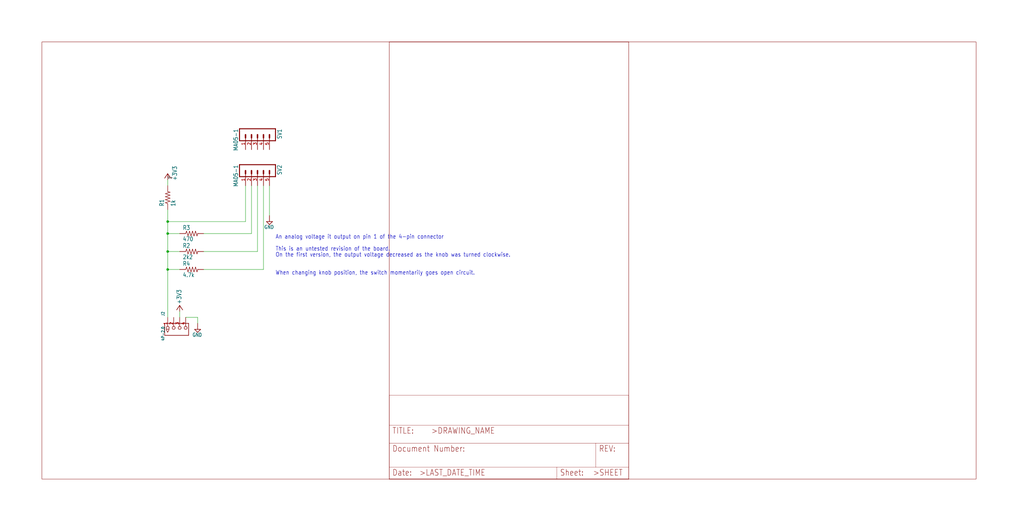
<source format=kicad_sch>
(kicad_sch (version 20211123) (generator eeschema)
  (paper "User" 434.34 223.571)
  (lib_symbols
    (symbol "weaver_multisw-eagle-import:+3V3" (power)
      (property "Value" "+3V3" (at -2.54 -5.08 90))
      (symbol "+3V3_1_0"
        (polyline (pts (xy 0 0) (xy -1.27 -1.905)) (stroke (width 0.254)))
        (polyline (pts (xy 1.27 -1.905) (xy 0 0)) (stroke (width 0.254)))
        (pin power_in line (at 0 -2.54 90) (length 2.54) (name "+3V3") (number "1"))
      )
    )
    (symbol "weaver_multisw-eagle-import:GND" (power)
      (property "Value" "GND" (at -1.905 -3.429 0))
      (symbol "GND_1_0"
        (polyline (pts (xy -1.27 0) (xy 1.27 0)) (stroke (width 0.254)))
        (polyline (pts (xy 0 -1.27) (xy -1.27 0)) (stroke (width 0.254)))
        (polyline (pts (xy 1.27 0) (xy 0 -1.27)) (stroke (width 0.254)))
        (pin power_in line (at 0 2.54 270) (length 2.54) (name "GND") (number "1"))
      )
    )
    (symbol "weaver_multisw-eagle-import:GROVE-CONNECTOR-DIP(4P-2.0)"
      (property "Reference" "J" (at -6.35 6.35 0))
      (property "Value" "GROVE-CONNECTOR-DIP(4P-2.0)" (at 0 6.35 0))
      (symbol "GROVE-CONNECTOR-DIP(4P-2.0)_1_0"
        (polyline (pts (xy -1.27 -3.81) (xy -1.27 6.35)) (stroke (width 0.254)))
        (polyline (pts (xy -1.27 6.35) (xy 3.81 6.35)) (stroke (width 0.254)))
        (polyline (pts (xy 3.81 -3.81) (xy -1.27 -3.81)) (stroke (width 0.254)))
        (polyline (pts (xy 3.81 6.35) (xy 3.81 -3.81)) (stroke (width 0.254)))
        (pin bidirectional inverted_clock (at -3.81 5.08 0) (length 5.08) (name "1") (number "1"))
        (pin bidirectional inverted (at -3.81 2.54 0) (length 5.08) (name "2") (number "2"))
        (pin bidirectional inverted (at -3.81 0 0) (length 5.08) (name "3") (number "3"))
        (pin bidirectional inverted (at -3.81 -2.54 0) (length 5.08) (name "4") (number "4"))
      )
    )
    (symbol "weaver_multisw-eagle-import:LETTER_L"
      (symbol "LETTER_L_0_0"
        (polyline (pts (xy 0 0) (xy 248.92 0) (xy 248.92 185.42) (xy 0 185.42) (xy 0 0)))
      )
      (symbol "LETTER_L_2_0"
        (polyline (pts (xy 0 0) (xy 0 5.08)) (stroke (width 0.1016)))
        (polyline (pts (xy 0 0) (xy 71.12 0)) (stroke (width 0.1016)))
        (polyline (pts (xy 0 5.08) (xy 0 15.24)) (stroke (width 0.1016)))
        (polyline (pts (xy 0 5.08) (xy 71.12 5.08)) (stroke (width 0.1016)))
        (polyline (pts (xy 0 15.24) (xy 0 22.86)) (stroke (width 0.1016)))
        (polyline (pts (xy 0 22.86) (xy 0 35.56)) (stroke (width 0.1016)))
        (polyline (pts (xy 0 22.86) (xy 101.6 22.86)) (stroke (width 0.1016)))
        (polyline (pts (xy 71.12 0) (xy 101.6 0)) (stroke (width 0.1016)))
        (polyline (pts (xy 71.12 5.08) (xy 71.12 0)) (stroke (width 0.1016)))
        (polyline (pts (xy 71.12 5.08) (xy 87.63 5.08)) (stroke (width 0.1016)))
        (polyline (pts (xy 87.63 5.08) (xy 101.6 5.08)) (stroke (width 0.1016)))
        (polyline (pts (xy 87.63 15.24) (xy 0 15.24)) (stroke (width 0.1016)))
        (polyline (pts (xy 87.63 15.24) (xy 87.63 5.08)) (stroke (width 0.1016)))
        (polyline (pts (xy 101.6 5.08) (xy 101.6 0)) (stroke (width 0.1016)))
        (polyline (pts (xy 101.6 15.24) (xy 87.63 15.24)) (stroke (width 0.1016)))
        (polyline (pts (xy 101.6 15.24) (xy 101.6 5.08)) (stroke (width 0.1016)))
        (polyline (pts (xy 101.6 22.86) (xy 101.6 15.24)) (stroke (width 0.1016)))
        (polyline (pts (xy 101.6 35.56) (xy 0 35.56)) (stroke (width 0.1016)))
        (polyline (pts (xy 101.6 35.56) (xy 101.6 22.86)) (stroke (width 0.1016)))
        (text ">DRAWING_NAME" (at 17.78 19.05 0) (effects (font (size 2.54 2.159)) (justify left bottom)))
        (text ">LAST_DATE_TIME" (at 12.7 1.27 0) (effects (font (size 2.54 2.159)) (justify left bottom)))
        (text ">SHEET" (at 86.36 1.27 0) (effects (font (size 2.54 2.159)) (justify left bottom)))
        (text "Date:" (at 1.27 1.27 0) (effects (font (size 2.54 2.159)) (justify left bottom)))
        (text "Document Number:" (at 1.27 11.43 0) (effects (font (size 2.54 2.159)) (justify left bottom)))
        (text "REV:" (at 88.9 11.43 0) (effects (font (size 2.54 2.159)) (justify left bottom)))
        (text "Sheet:" (at 72.39 1.27 0) (effects (font (size 2.54 2.159)) (justify left bottom)))
        (text "TITLE:" (at 1.27 19.05 0) (effects (font (size 2.54 2.159)) (justify left bottom)))
      )
    )
    (symbol "weaver_multisw-eagle-import:MA05-1"
      (property "Reference" "SV" (at -1.27 8.382 0))
      (property "Value" "MA05-1" (at -1.27 -10.16 0))
      (symbol "MA05-1_1_0"
        (polyline (pts (xy -1.27 7.62) (xy -1.27 -7.62)) (stroke (width 0.4064)))
        (polyline (pts (xy -1.27 7.62) (xy 3.81 7.62)) (stroke (width 0.4064)))
        (polyline (pts (xy 1.27 -5.08) (xy 2.54 -5.08)) (stroke (width 0.6096)))
        (polyline (pts (xy 1.27 -2.54) (xy 2.54 -2.54)) (stroke (width 0.6096)))
        (polyline (pts (xy 1.27 0) (xy 2.54 0)) (stroke (width 0.6096)))
        (polyline (pts (xy 1.27 2.54) (xy 2.54 2.54)) (stroke (width 0.6096)))
        (polyline (pts (xy 1.27 5.08) (xy 2.54 5.08)) (stroke (width 0.6096)))
        (polyline (pts (xy 3.81 -7.62) (xy -1.27 -7.62)) (stroke (width 0.4064)))
        (polyline (pts (xy 3.81 -7.62) (xy 3.81 7.62)) (stroke (width 0.4064)))
        (pin passive line (at 7.62 -5.08 180) (length 5.08) (name "1") (number "1"))
        (pin passive line (at 7.62 -2.54 180) (length 5.08) (name "2") (number "2"))
        (pin passive line (at 7.62 0 180) (length 5.08) (name "3") (number "3"))
        (pin passive line (at 7.62 2.54 180) (length 5.08) (name "4") (number "4"))
        (pin passive line (at 7.62 5.08 180) (length 5.08) (name "5") (number "5"))
      )
    )
    (symbol "weaver_multisw-eagle-import:R-US_R0805"
      (property "Reference" "R" (at -3.81 1.4986 0))
      (property "Value" "R-US_R0805" (at -3.81 -3.302 0))
      (symbol "R-US_R0805_1_0"
        (polyline (pts (xy -2.54 0) (xy -2.159 1.016)) (stroke (width 0.2032)))
        (polyline (pts (xy -2.159 1.016) (xy -1.524 -1.016)) (stroke (width 0.2032)))
        (polyline (pts (xy -1.524 -1.016) (xy -0.889 1.016)) (stroke (width 0.2032)))
        (polyline (pts (xy -0.889 1.016) (xy -0.254 -1.016)) (stroke (width 0.2032)))
        (polyline (pts (xy -0.254 -1.016) (xy 0.381 1.016)) (stroke (width 0.2032)))
        (polyline (pts (xy 0.381 1.016) (xy 1.016 -1.016)) (stroke (width 0.2032)))
        (polyline (pts (xy 1.016 -1.016) (xy 1.651 1.016)) (stroke (width 0.2032)))
        (polyline (pts (xy 1.651 1.016) (xy 2.286 -1.016)) (stroke (width 0.2032)))
        (polyline (pts (xy 2.286 -1.016) (xy 2.54 0)) (stroke (width 0.2032)))
        (pin passive line (at -5.08 0 0) (length 2.54) (name "1") (number "1"))
        (pin passive line (at 5.08 0 180) (length 2.54) (name "2") (number "2"))
      )
    )
  )
  (junction (at 71.12 114.3))
  (junction (at 71.12 106.68))
  (junction (at 71.12 93.98))
  (junction (at 71.12 99.06))
  (wire (pts (xy 111.76 78.74) (xy 111.76 114.3)))
  (wire (pts (xy 86.36 106.68) (xy 109.22 106.68)))
  (wire (pts (xy 83.82 134.62) (xy 83.82 137.16)))
  (wire (pts (xy 76.2 106.68) (xy 71.12 106.68)))
  (wire (pts (xy 76.2 134.62) (xy 76.2 132.08)))
  (wire (pts (xy 76.2 114.3) (xy 71.12 114.3)))
  (wire (pts (xy 71.12 76.2) (xy 71.12 78.74)))
  (wire (pts (xy 111.76 114.3) (xy 86.36 114.3)))
  (wire (pts (xy 106.68 99.06) (xy 106.68 78.74)))
  (wire (pts (xy 78.74 134.62) (xy 83.82 134.62)))
  (wire (pts (xy 76.2 99.06) (xy 71.12 99.06)))
  (wire (pts (xy 71.12 114.3) (xy 71.12 106.68)))
  (wire (pts (xy 71.12 99.06) (xy 71.12 93.98)))
  (wire (pts (xy 114.3 78.74) (xy 114.3 91.44)))
  (wire (pts (xy 71.12 106.68) (xy 71.12 99.06)))
  (wire (pts (xy 71.12 93.98) (xy 71.12 88.9)))
  (wire (pts (xy 86.36 99.06) (xy 106.68 99.06)))
  (wire (pts (xy 71.12 93.98) (xy 104.14 93.98)))
  (wire (pts (xy 109.22 106.68) (xy 109.22 78.74)))
  (wire (pts (xy 71.12 134.62) (xy 71.12 114.3)))
  (wire (pts (xy 104.14 78.74) (xy 104.14 93.98)))
  (text "This is an untested revision of the board." (at 116.84 106.68 180) (effects (font (size 1.778 1.5113)) (justify left bottom)))
  (text "On the first version, the output voltage decreased as the knob was turned clockwise." (at 116.84 109.22 0) (effects (font (size 1.778 1.5113)) (justify left bottom)))
  (text "When changing knob position, the switch momentarily goes open circuit." (at 116.84 116.84 0) (effects (font (size 1.778 1.5113)) (justify left bottom)))
  (text "An analog voltage it output on pin 1 of the 4-pin connector" (at 116.84 101.6 0) (effects (font (size 1.778 1.5113)) (justify left bottom)))
  (label "V+" (at 71.12 76.2 0) (effects (font (size 1.016 1.016))))
  (symbol (lib_id "weaver_multisw-eagle-import:MA05-1") (at 109.22 55.88 270) (unit 1)
    (property "Reference" "SV1" (at 117.602 54.61 0) (effects (font (size 1.778 1.5113)) (justify left bottom)))
    (property "Value" "MA05-1" (at 99.06 54.61 0) (effects (font (size 1.778 1.5113)) (justify left bottom)))
    (property "Footprint" "weaver_multisw:MA05-1" (effects hide))
  )
  (symbol (lib_id "weaver_multisw-eagle-import:GROVE-CONNECTOR-DIP(4P-2.0)") (at 76.2 138.43 90) (mirror x) (unit 1)
    (property "Reference" "J2" (at 69.85 132.08 0) (effects (font (size 1.27 1.0795)) (justify left bottom)))
    (property "Value" "4P-2.0" (at 69.85 138.43 0) (effects (font (size 1.27 1.0795)) (justify left bottom)))
    (property "Footprint" "weaver_multisw:HW4-2.0" (effects hide))
  )
  (symbol (lib_id "weaver_multisw-eagle-import:R-US_R0805") (at 81.28 99.06 0) (unit 1)
    (property "Reference" "R3" (at 77.47 97.5614 0) (effects (font (size 1.778 1.5113)) (justify left bottom)))
    (property "Value" "470" (at 77.47 102.362 0) (effects (font (size 1.778 1.5113)) (justify left bottom)))
    (property "Footprint" "weaver_multisw:R0805" (effects hide))
  )
  (symbol (lib_id "weaver_multisw-eagle-import:LETTER_L") (at 165.1 203.2 0) (unit 2)
    (property "Reference" "#FRAME1" (effects hide))
    (property "Value" "LETTER_L" (effects hide))
    (property "Footprint" "weaver_multisw:" (effects hide))
  )
  (symbol (lib_id "weaver_multisw-eagle-import:MA05-1") (at 109.22 71.12 270) (unit 1)
    (property "Reference" "SV2" (at 117.602 69.85 0) (effects (font (size 1.778 1.5113)) (justify left bottom)))
    (property "Value" "MA05-1" (at 99.06 69.85 0) (effects (font (size 1.778 1.5113)) (justify left bottom)))
    (property "Footprint" "weaver_multisw:MA05-1" (effects hide))
  )
  (symbol (lib_id "weaver_multisw-eagle-import:R-US_R0805") (at 71.12 83.82 90) (unit 1)
    (property "Reference" "R1" (at 69.6214 87.63 0) (effects (font (size 1.778 1.5113)) (justify left bottom)))
    (property "Value" "1k" (at 74.422 87.63 0) (effects (font (size 1.778 1.5113)) (justify left bottom)))
    (property "Footprint" "weaver_multisw:R0805" (effects hide))
  )
  (symbol (lib_id "weaver_multisw-eagle-import:GND") (at 114.3 93.98 0) (mirror y) (unit 1)
    (property "Reference" "#SUPPLY3" (effects hide))
    (property "Value" "GND" (at 116.205 97.155 0) (effects (font (size 1.524 1.2954)) (justify left bottom)))
    (property "Footprint" "weaver_multisw:" (effects hide))
  )
  (symbol (lib_id "weaver_multisw-eagle-import:+3V3") (at 76.2 129.54 0) (unit 1)
    (property "Reference" "#+3V2" (effects hide))
    (property "Value" "+3V3" (at 76.962 129.032 90) (effects (font (size 1.778 1.5113)) (justify left bottom)))
    (property "Footprint" "weaver_multisw:" (effects hide))
  )
  (symbol (lib_id "weaver_multisw-eagle-import:+3V3") (at 71.12 73.66 0) (unit 1)
    (property "Reference" "#V+0" (effects hide))
    (property "Value" "+3V3" (at 73.152 70.358 90) (effects (font (size 1.778 1.5113)) (justify right top)))
    (property "Footprint" "weaver_multisw:" (effects hide))
  )
  (symbol (lib_id "weaver_multisw-eagle-import:GND") (at 83.82 139.7 0) (mirror y) (unit 1)
    (property "Reference" "#SUPPLY2" (effects hide))
    (property "Value" "GND" (at 85.725 142.875 0) (effects (font (size 1.524 1.2954)) (justify left bottom)))
    (property "Footprint" "weaver_multisw:" (effects hide))
  )
  (symbol (lib_id "weaver_multisw-eagle-import:R-US_R0805") (at 81.28 114.3 0) (unit 1)
    (property "Reference" "R4" (at 77.47 112.8014 0) (effects (font (size 1.778 1.5113)) (justify left bottom)))
    (property "Value" "4.7k" (at 77.47 117.602 0) (effects (font (size 1.778 1.5113)) (justify left bottom)))
    (property "Footprint" "weaver_multisw:R0805" (effects hide))
  )
  (symbol (lib_id "weaver_multisw-eagle-import:LETTER_L") (at 17.78 203.2 0) (unit 1)
    (property "Reference" "#FRAME1" (effects hide))
    (property "Value" "LETTER_L" (effects hide))
    (property "Footprint" "weaver_multisw:" (effects hide))
  )
  (symbol (lib_id "weaver_multisw-eagle-import:R-US_R0805") (at 81.28 106.68 0) (unit 1)
    (property "Reference" "R2" (at 77.47 105.1814 0) (effects (font (size 1.778 1.5113)) (justify left bottom)))
    (property "Value" "2k2" (at 77.47 109.982 0) (effects (font (size 1.778 1.5113)) (justify left bottom)))
    (property "Footprint" "weaver_multisw:R0805" (effects hide))
  )
)
</source>
